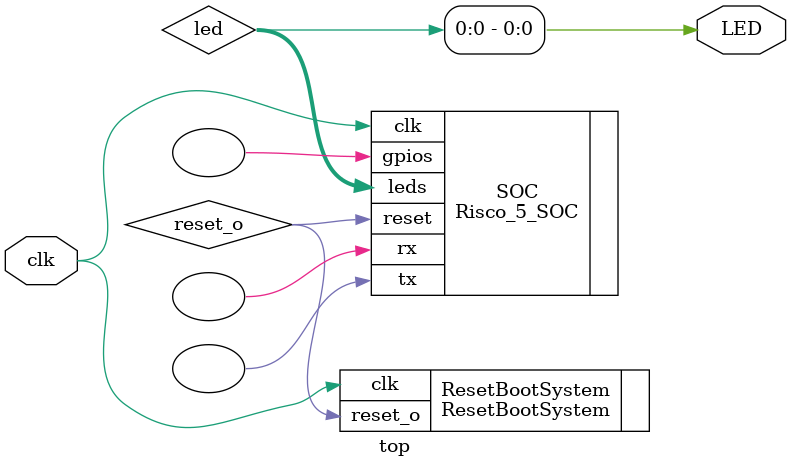
<source format=v>
module top (
    input wire clk, // 50mhz clock
    output wire LED
);

wire reset_o;
wire [7:0] led;

assign LED = led[0];

ResetBootSystem #(
    .CYCLES(20)
) ResetBootSystem(
    .clk(clk),
    .reset_o(reset_o)
);

Risco_5_SOC #(
    .CLOCK_FREQ(50000000),
    .BIT_RATE(115200),
    .MEMORY_SIZE(2048),
    .MEMORY_FILE("../../software/memory/teste_uart_fpga.hex"),
    .GPIO_WIDHT(6),
    .UART_BUFFER_SIZE(16)
) SOC(
    .clk(clk),
    .reset(reset_o),
    .leds(led),
    .rx(),
    .tx(),
    .gpios()
);

    
endmodule
</source>
